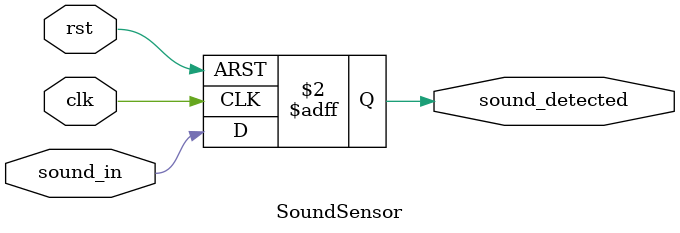
<source format=v>
module SoundSensor (
    input wire clk,        // Reloj del sistema
    input wire rst,        // Reset del sistema
    input wire sound_in,   // Entrada del sensor de sonido (DO)
    output reg sound_detected  // Señal de detección de sonido
);

always @(posedge clk or posedge rst) begin
    if (rst) begin
        sound_detected <= 1'b0;
    end else begin
        // Detecta un cambio en la señal del sensor de sonido
        sound_detected <= sound_in;
    end
end

endmodule

</source>
